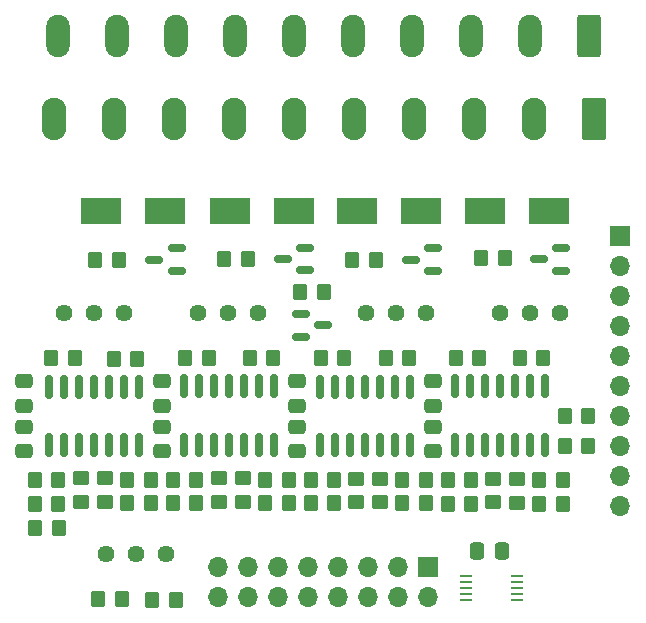
<source format=gbr>
%TF.GenerationSoftware,KiCad,Pcbnew,6.0.8+dfsg-1~bpo11+1*%
%TF.CreationDate,2022-10-31T17:33:22+01:00*%
%TF.ProjectId,rib4inAd_00,72696234-696e-4416-945f-30302e6b6963,rev?*%
%TF.SameCoordinates,Original*%
%TF.FileFunction,Soldermask,Top*%
%TF.FilePolarity,Negative*%
%FSLAX46Y46*%
G04 Gerber Fmt 4.6, Leading zero omitted, Abs format (unit mm)*
G04 Created by KiCad (PCBNEW 6.0.8+dfsg-1~bpo11+1) date 2022-10-31 17:33:22*
%MOMM*%
%LPD*%
G01*
G04 APERTURE LIST*
G04 Aperture macros list*
%AMRoundRect*
0 Rectangle with rounded corners*
0 $1 Rounding radius*
0 $2 $3 $4 $5 $6 $7 $8 $9 X,Y pos of 4 corners*
0 Add a 4 corners polygon primitive as box body*
4,1,4,$2,$3,$4,$5,$6,$7,$8,$9,$2,$3,0*
0 Add four circle primitives for the rounded corners*
1,1,$1+$1,$2,$3*
1,1,$1+$1,$4,$5*
1,1,$1+$1,$6,$7*
1,1,$1+$1,$8,$9*
0 Add four rect primitives between the rounded corners*
20,1,$1+$1,$2,$3,$4,$5,0*
20,1,$1+$1,$4,$5,$6,$7,0*
20,1,$1+$1,$6,$7,$8,$9,0*
20,1,$1+$1,$8,$9,$2,$3,0*%
G04 Aperture macros list end*
%ADD10RoundRect,0.250000X-0.350000X-0.450000X0.350000X-0.450000X0.350000X0.450000X-0.350000X0.450000X0*%
%ADD11RoundRect,0.150000X0.587500X0.150000X-0.587500X0.150000X-0.587500X-0.150000X0.587500X-0.150000X0*%
%ADD12RoundRect,0.250000X0.475000X-0.337500X0.475000X0.337500X-0.475000X0.337500X-0.475000X-0.337500X0*%
%ADD13C,1.440000*%
%ADD14RoundRect,0.250000X0.350000X0.450000X-0.350000X0.450000X-0.350000X-0.450000X0.350000X-0.450000X0*%
%ADD15RoundRect,0.250000X-0.450000X0.350000X-0.450000X-0.350000X0.450000X-0.350000X0.450000X0.350000X0*%
%ADD16R,1.700000X1.700000*%
%ADD17O,1.700000X1.700000*%
%ADD18R,3.500000X2.300000*%
%ADD19RoundRect,0.150000X-0.150000X0.825000X-0.150000X-0.825000X0.150000X-0.825000X0.150000X0.825000X0*%
%ADD20RoundRect,0.250000X0.750000X1.550000X-0.750000X1.550000X-0.750000X-1.550000X0.750000X-1.550000X0*%
%ADD21O,2.000000X3.600000*%
%ADD22RoundRect,0.249999X0.790001X1.550001X-0.790001X1.550001X-0.790001X-1.550001X0.790001X-1.550001X0*%
%ADD23O,2.080000X3.600000*%
%ADD24RoundRect,0.150000X-0.587500X-0.150000X0.587500X-0.150000X0.587500X0.150000X-0.587500X0.150000X0*%
%ADD25R,1.100000X0.250000*%
%ADD26RoundRect,0.250000X-0.337500X-0.475000X0.337500X-0.475000X0.337500X0.475000X-0.337500X0.475000X0*%
G04 APERTURE END LIST*
D10*
%TO.C,R22*%
X138380000Y-107820000D03*
X140380000Y-107820000D03*
%TD*%
%TO.C,R17*%
X130550000Y-109870000D03*
X132550000Y-109870000D03*
%TD*%
D11*
%TO.C,D4*%
X153467500Y-90090000D03*
X153467500Y-88190000D03*
X151592500Y-89140000D03*
%TD*%
D12*
%TO.C,C6*%
X152770000Y-105435000D03*
X152770000Y-103360000D03*
%TD*%
D10*
%TO.C,R1*%
X135670000Y-89190000D03*
X137670000Y-89190000D03*
%TD*%
D13*
%TO.C,RV5*%
X158560000Y-93710000D03*
X161100000Y-93710000D03*
X163640000Y-93710000D03*
%TD*%
D10*
%TO.C,R44*%
X165510000Y-109840000D03*
X167510000Y-109840000D03*
%TD*%
D12*
%TO.C,C4*%
X141300000Y-105430000D03*
X141300000Y-103355000D03*
%TD*%
D10*
%TO.C,R6*%
X146580000Y-89120000D03*
X148580000Y-89120000D03*
%TD*%
D11*
%TO.C,D2*%
X142557500Y-90140000D03*
X142557500Y-88240000D03*
X140682500Y-89190000D03*
%TD*%
D14*
%TO.C,R16*%
X140380000Y-109810000D03*
X138380000Y-109810000D03*
%TD*%
D10*
%TO.C,R10*%
X153010000Y-91950000D03*
X155010000Y-91950000D03*
%TD*%
D14*
%TO.C,R5*%
X145280000Y-97540000D03*
X143280000Y-97540000D03*
%TD*%
D10*
%TO.C,R29*%
X160250000Y-97550000D03*
X162250000Y-97550000D03*
%TD*%
D13*
%TO.C,RV1*%
X132990000Y-93680000D03*
X135530000Y-93680000D03*
X138070000Y-93680000D03*
%TD*%
%TO.C,RV2*%
X144380000Y-93710000D03*
X146920000Y-93710000D03*
X149460000Y-93710000D03*
%TD*%
D14*
%TO.C,R12*%
X137920000Y-117960000D03*
X135920000Y-117960000D03*
%TD*%
D15*
%TO.C,R49*%
X159750000Y-107730000D03*
X159750000Y-109730000D03*
%TD*%
D16*
%TO.C,J1*%
X180125000Y-87200000D03*
D17*
X180125000Y-89740000D03*
X180125000Y-92280000D03*
X180125000Y-94820000D03*
X180125000Y-97360000D03*
X180125000Y-99900000D03*
X180125000Y-102440000D03*
X180125000Y-104980000D03*
X180125000Y-107520000D03*
X180125000Y-110060000D03*
%TD*%
D10*
%TO.C,R19*%
X142230000Y-109810000D03*
X144230000Y-109810000D03*
%TD*%
D12*
%TO.C,C3*%
X141280000Y-101545000D03*
X141280000Y-99470000D03*
%TD*%
D10*
%TO.C,R24*%
X168360000Y-89080000D03*
X170360000Y-89080000D03*
%TD*%
D14*
%TO.C,R46*%
X167500000Y-107820000D03*
X165500000Y-107820000D03*
%TD*%
%TO.C,R31*%
X156760000Y-97550000D03*
X154760000Y-97550000D03*
%TD*%
D18*
%TO.C,D7*%
X174080000Y-85080000D03*
X168680000Y-85080000D03*
%TD*%
D12*
%TO.C,C7*%
X164230000Y-101565000D03*
X164230000Y-99490000D03*
%TD*%
D14*
%TO.C,R45*%
X155900000Y-107830000D03*
X153900000Y-107830000D03*
%TD*%
D15*
%TO.C,R50*%
X157780000Y-107730000D03*
X157780000Y-109730000D03*
%TD*%
D16*
%TO.C,J2*%
X163865000Y-115225000D03*
D17*
X163865000Y-117765000D03*
X161325000Y-115225000D03*
X161325000Y-117765000D03*
X158785000Y-115225000D03*
X158785000Y-117765000D03*
X156245000Y-115225000D03*
X156245000Y-117765000D03*
X153705000Y-115225000D03*
X153705000Y-117765000D03*
X151165000Y-115225000D03*
X151165000Y-117765000D03*
X148625000Y-115225000D03*
X148625000Y-117765000D03*
X146085000Y-115225000D03*
X146085000Y-117765000D03*
%TD*%
D13*
%TO.C,RV6*%
X169960000Y-93700000D03*
X172500000Y-93700000D03*
X175040000Y-93700000D03*
%TD*%
D10*
%TO.C,R42*%
X153920000Y-109810000D03*
X155920000Y-109810000D03*
%TD*%
D14*
%TO.C,R9*%
X142470000Y-118000000D03*
X140470000Y-118000000D03*
%TD*%
D12*
%TO.C,C1*%
X129640000Y-101570000D03*
X129640000Y-99495000D03*
%TD*%
D13*
%TO.C,RV4*%
X136560000Y-114150000D03*
X139100000Y-114150000D03*
X141640000Y-114150000D03*
%TD*%
D10*
%TO.C,R30*%
X171600000Y-97540000D03*
X173600000Y-97540000D03*
%TD*%
D14*
%TO.C,R20*%
X132540000Y-107810000D03*
X130540000Y-107810000D03*
%TD*%
D10*
%TO.C,R43*%
X173240000Y-109860000D03*
X175240000Y-109860000D03*
%TD*%
D19*
%TO.C,U1*%
X139380000Y-99935000D03*
X138110000Y-99935000D03*
X136840000Y-99935000D03*
X135570000Y-99935000D03*
X134300000Y-99935000D03*
X133030000Y-99935000D03*
X131760000Y-99935000D03*
X131760000Y-104885000D03*
X133030000Y-104885000D03*
X134300000Y-104885000D03*
X135570000Y-104885000D03*
X136840000Y-104885000D03*
X138110000Y-104885000D03*
X139380000Y-104885000D03*
%TD*%
D20*
%TO.C,J3*%
X177500000Y-70277500D03*
D21*
X172500000Y-70277500D03*
X167500000Y-70277500D03*
X162500000Y-70277500D03*
X157500000Y-70277500D03*
X152500000Y-70277500D03*
X147500000Y-70277500D03*
X142500000Y-70277500D03*
X137500000Y-70277500D03*
X132500000Y-70277500D03*
%TD*%
D14*
%TO.C,R14*%
X132560000Y-111880000D03*
X130560000Y-111880000D03*
%TD*%
D18*
%TO.C,D1*%
X141570000Y-85060000D03*
X136170000Y-85060000D03*
%TD*%
D12*
%TO.C,C8*%
X164250000Y-105430000D03*
X164250000Y-103355000D03*
%TD*%
D19*
%TO.C,U6*%
X173720000Y-99925000D03*
X172450000Y-99925000D03*
X171180000Y-99925000D03*
X169910000Y-99925000D03*
X168640000Y-99925000D03*
X167370000Y-99925000D03*
X166100000Y-99925000D03*
X166100000Y-104875000D03*
X167370000Y-104875000D03*
X168640000Y-104875000D03*
X169910000Y-104875000D03*
X171180000Y-104875000D03*
X172450000Y-104875000D03*
X173720000Y-104875000D03*
%TD*%
D10*
%TO.C,R48*%
X173260000Y-107880000D03*
X175260000Y-107880000D03*
%TD*%
%TO.C,R3*%
X148740000Y-97560000D03*
X150740000Y-97560000D03*
%TD*%
D14*
%TO.C,R32*%
X168170000Y-97550000D03*
X166170000Y-97550000D03*
%TD*%
D18*
%TO.C,D5*%
X163220000Y-85070000D03*
X157820000Y-85070000D03*
%TD*%
D15*
%TO.C,R51*%
X171370000Y-107760000D03*
X171370000Y-109760000D03*
%TD*%
D19*
%TO.C,U2*%
X150840000Y-99895000D03*
X149570000Y-99895000D03*
X148300000Y-99895000D03*
X147030000Y-99895000D03*
X145760000Y-99895000D03*
X144490000Y-99895000D03*
X143220000Y-99895000D03*
X143220000Y-104845000D03*
X144490000Y-104845000D03*
X145760000Y-104845000D03*
X147030000Y-104845000D03*
X148300000Y-104845000D03*
X149570000Y-104845000D03*
X150840000Y-104845000D03*
%TD*%
D15*
%TO.C,R27*%
X148170000Y-107720000D03*
X148170000Y-109720000D03*
%TD*%
D14*
%TO.C,R4*%
X133940000Y-97560000D03*
X131940000Y-97560000D03*
%TD*%
D22*
%TO.C,J4*%
X177860000Y-77277500D03*
D23*
X172780000Y-77277500D03*
X167700000Y-77277500D03*
X162620000Y-77277500D03*
X157540000Y-77277500D03*
X152460000Y-77277500D03*
X147380000Y-77277500D03*
X142300000Y-77277500D03*
X137220000Y-77277500D03*
X132140000Y-77277500D03*
%TD*%
D14*
%TO.C,R41*%
X163630000Y-109820000D03*
X161630000Y-109820000D03*
%TD*%
%TO.C,R18*%
X152060000Y-109800000D03*
X150060000Y-109800000D03*
%TD*%
D10*
%TO.C,R2*%
X137240000Y-97580000D03*
X139240000Y-97580000D03*
%TD*%
D15*
%TO.C,R28*%
X146180000Y-107720000D03*
X146180000Y-109720000D03*
%TD*%
D24*
%TO.C,U4*%
X153092500Y-93810000D03*
X153092500Y-95710000D03*
X154967500Y-94760000D03*
%TD*%
D11*
%TO.C,D6*%
X164255000Y-90130000D03*
X164255000Y-88230000D03*
X162380000Y-89180000D03*
%TD*%
D15*
%TO.C,R25*%
X136470000Y-107720000D03*
X136470000Y-109720000D03*
%TD*%
D14*
%TO.C,R21*%
X144230000Y-107810000D03*
X142230000Y-107810000D03*
%TD*%
D10*
%TO.C,R47*%
X161630000Y-107840000D03*
X163630000Y-107840000D03*
%TD*%
D25*
%TO.C,U9*%
X167090000Y-115990000D03*
X167090000Y-116490000D03*
X167090000Y-116990000D03*
X167090000Y-117490000D03*
X167090000Y-117990000D03*
X171390000Y-117990000D03*
X171390000Y-117490000D03*
X171390000Y-116990000D03*
X171390000Y-116490000D03*
X171390000Y-115990000D03*
%TD*%
D18*
%TO.C,D3*%
X152460000Y-85060000D03*
X147060000Y-85060000D03*
%TD*%
D11*
%TO.C,D8*%
X175085000Y-90120000D03*
X175085000Y-88220000D03*
X173210000Y-89170000D03*
%TD*%
D26*
%TO.C,C9*%
X168005000Y-113870000D03*
X170080000Y-113870000D03*
%TD*%
D15*
%TO.C,R52*%
X169370000Y-107750000D03*
X169370000Y-109750000D03*
%TD*%
D19*
%TO.C,U5*%
X162330000Y-99975000D03*
X161060000Y-99975000D03*
X159790000Y-99975000D03*
X158520000Y-99975000D03*
X157250000Y-99975000D03*
X155980000Y-99975000D03*
X154710000Y-99975000D03*
X154710000Y-104925000D03*
X155980000Y-104925000D03*
X157250000Y-104925000D03*
X158520000Y-104925000D03*
X159790000Y-104925000D03*
X161060000Y-104925000D03*
X162330000Y-104925000D03*
%TD*%
D10*
%TO.C,R23*%
X150050000Y-107830000D03*
X152050000Y-107830000D03*
%TD*%
D12*
%TO.C,C5*%
X152780000Y-101550000D03*
X152780000Y-99475000D03*
%TD*%
D15*
%TO.C,R26*%
X134460000Y-107720000D03*
X134460000Y-109720000D03*
%TD*%
D10*
%TO.C,R15*%
X157440000Y-89200000D03*
X159440000Y-89200000D03*
%TD*%
D12*
%TO.C,C2*%
X129630000Y-105395000D03*
X129630000Y-103320000D03*
%TD*%
D14*
%TO.C,R54*%
X177410000Y-102470000D03*
X175410000Y-102470000D03*
%TD*%
%TO.C,R53*%
X177410000Y-104960000D03*
X175410000Y-104960000D03*
%TD*%
M02*

</source>
